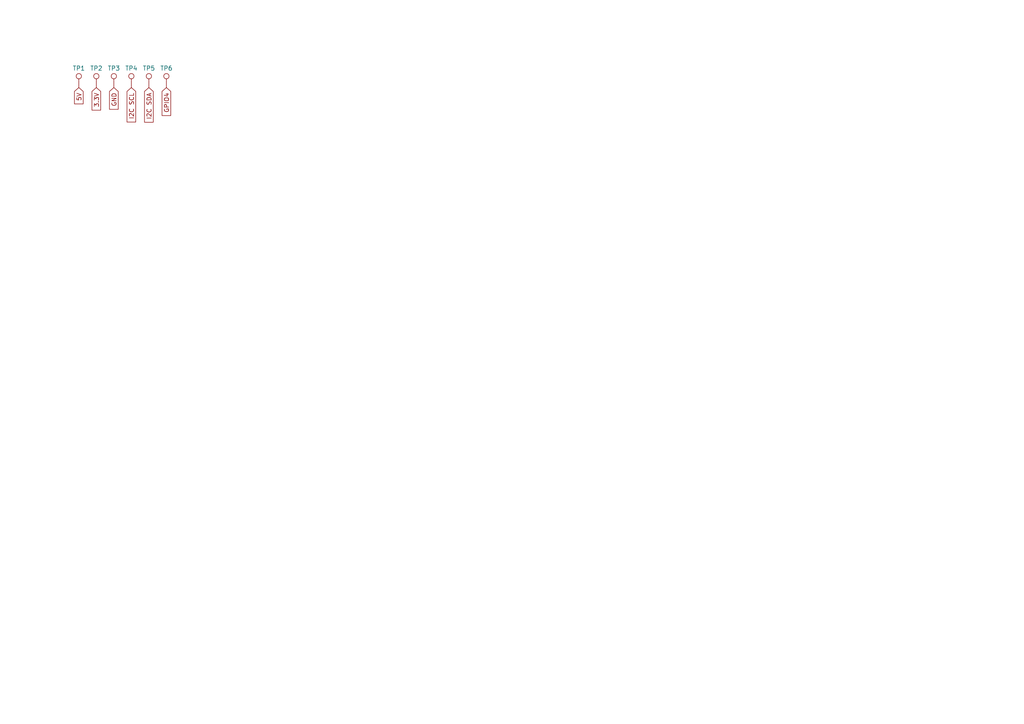
<source format=kicad_sch>
(kicad_sch (version 20250114) (generator "eeschema") (generator_version "9.0")
  (paper "A4")
  (title_block (title "WHY2025 Badge Frontpanel Template") (rev "1.0") (comment 1 "By: Jay9\nWHY2025 Team:Badge") (comment 5 "Licence: MIT"))
  (lib_symbols
    (symbol "Connector:TestPoint" (pin_numbers (hide yes)) (pin_names (offset 0.762) (hide yes))
      (property "Reference" "TP" (at 0 6.858 0))
      (property "Value" "TestPoint" (at 0 5.08 0))
      (symbol "TestPoint_0_1"
        (circle (center 0 3.302) (radius 0.762))
      )
      (symbol "TestPoint_1_1"
        (pin passive line (at 0 0 90) (length 2.54) (name "1") (number "1"))
      )
    )
  )
  (global_label "GND" (shape input) (at 33.02 25.4 270) (property "Intersheetrefs" "${INTERSHEET_REFS}" (effects (hide yes))))
  (global_label "5V" (shape input) (at 22.86 25.4 270) (property "Intersheetrefs" "${INTERSHEET_REFS}" (effects (hide yes))))
  (global_label "I2C SDA" (shape input) (at 43.18 25.4 270) (property "Intersheetrefs" "${INTERSHEET_REFS}" (effects (hide yes))))
  (global_label "3.3V" (shape input) (at 27.94 25.4 270) (property "Intersheetrefs" "${INTERSHEET_REFS}" (effects (hide yes))))
  (global_label "GPIO4" (shape input) (at 48.26 25.4 270) (property "Intersheetrefs" "${INTERSHEET_REFS}" (effects (hide yes))))
  (global_label "I2C SCL" (shape input) (at 38.1 25.4 270) (property "Intersheetrefs" "${INTERSHEET_REFS}" (effects (hide yes))))
  (symbol (lib_id "Connector:TestPoint") (at 38.1 25.4 0) (unit 1)
    (property "Reference" "TP4" (at 38.1 19.812 0))
    (property "Value" "TestPoint" (effects (hide yes)))
    (property "Footprint" "TestPoint:TestPoint_Pad_D2.0mm" (effects (hide yes)))
    (property "Description" "test point" (effects (hide yes)))
  )
  (symbol (lib_id "Connector:TestPoint") (at 27.94 25.4 0) (unit 1)
    (property "Reference" "TP2" (at 27.94 19.812 0))
    (property "Value" "TestPoint" (effects (hide yes)))
    (property "Footprint" "TestPoint:TestPoint_Pad_D2.0mm" (effects (hide yes)))
    (property "Description" "test point" (effects (hide yes)))
  )
  (symbol (lib_id "Connector:TestPoint") (at 48.26 25.4 0) (unit 1)
    (property "Reference" "TP6" (at 48.26 19.812 0))
    (property "Value" "TestPoint" (effects (hide yes)))
    (property "Footprint" "TestPoint:TestPoint_Pad_D2.0mm" (effects (hide yes)))
    (property "Description" "test point" (effects (hide yes)))
  )
  (symbol (lib_id "Connector:TestPoint") (at 33.02 25.4 0) (unit 1)
    (property "Reference" "TP3" (at 33.02 19.812 0))
    (property "Value" "TestPoint" (effects (hide yes)))
    (property "Footprint" "TestPoint:TestPoint_Pad_D2.0mm" (effects (hide yes)))
    (property "Description" "test point" (effects (hide yes)))
  )
  (symbol (lib_id "Connector:TestPoint") (at 43.18 25.4 0) (unit 1)
    (property "Reference" "TP5" (at 43.18 19.812 0))
    (property "Value" "TestPoint" (effects (hide yes)))
    (property "Footprint" "TestPoint:TestPoint_Pad_D2.0mm" (effects (hide yes)))
    (property "Description" "test point" (effects (hide yes)))
  )
  (symbol (lib_id "Connector:TestPoint") (at 22.86 25.4 0) (unit 1)
    (property "Reference" "TP1" (at 22.86 19.812 0))
    (property "Value" "TestPoint" (effects (hide yes)))
    (property "Footprint" "TestPoint:TestPoint_Pad_D2.0mm" (effects (hide yes)))
    (property "Description" "test point" (effects (hide yes)))
  )
)
</source>
